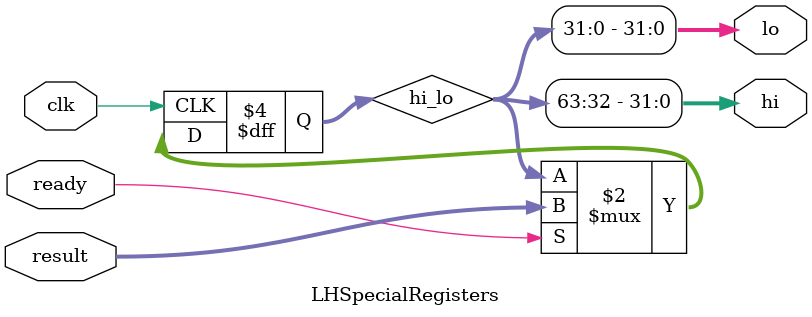
<source format=v>
`timescale 1ns / 1ps

// LO / HI special registers as individual multiplier / divider output
//
// LHSpecialRegisters stores @result into @lo and @hi on @ready at @clk rising edge
// on @ready.
module LHSpecialRegisters
#(
    parameter   DATA_BITS   = 32
)(
    input   wire                            clk,
    input   wire    [DATA_BITS * 2 - 1:0]   result,     // calculated result
    input   wire                            ready,      // is `result` ready ?
    output  wire    [DATA_BITS - 1:0]       lo,
    output  wire    [DATA_BITS - 1:0]       hi
);

reg     [DATA_BITS * 2 - 1:0]   hi_lo;

always @ (posedge clk) begin
    if (ready) begin
        hi_lo <= result;
    end
end

assign  lo = hi_lo[DATA_BITS - 1:0];
assign  hi = hi_lo[DATA_BITS * 2 - 1:DATA_BITS];

endmodule

</source>
